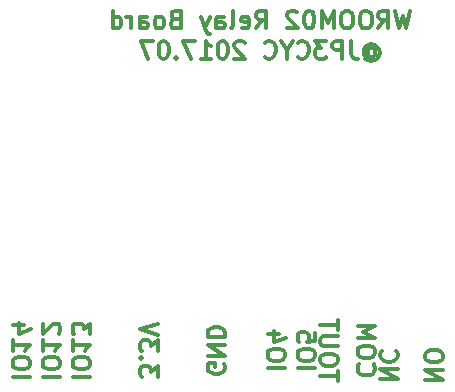
<source format=gbr>
G04 #@! TF.FileFunction,Legend,Bot*
%FSLAX46Y46*%
G04 Gerber Fmt 4.6, Leading zero omitted, Abs format (unit mm)*
G04 Created by KiCad (PCBNEW 4.0.6) date 07/25/17 01:39:03*
%MOMM*%
%LPD*%
G01*
G04 APERTURE LIST*
%ADD10C,0.100000*%
%ADD11C,0.300000*%
G04 APERTURE END LIST*
D10*
D11*
X117848571Y-53868571D02*
X117491428Y-55368571D01*
X117205714Y-54297143D01*
X116920000Y-55368571D01*
X116562857Y-53868571D01*
X115134285Y-55368571D02*
X115634285Y-54654286D01*
X115991428Y-55368571D02*
X115991428Y-53868571D01*
X115420000Y-53868571D01*
X115277142Y-53940000D01*
X115205714Y-54011429D01*
X115134285Y-54154286D01*
X115134285Y-54368571D01*
X115205714Y-54511429D01*
X115277142Y-54582857D01*
X115420000Y-54654286D01*
X115991428Y-54654286D01*
X114205714Y-53868571D02*
X113920000Y-53868571D01*
X113777142Y-53940000D01*
X113634285Y-54082857D01*
X113562857Y-54368571D01*
X113562857Y-54868571D01*
X113634285Y-55154286D01*
X113777142Y-55297143D01*
X113920000Y-55368571D01*
X114205714Y-55368571D01*
X114348571Y-55297143D01*
X114491428Y-55154286D01*
X114562857Y-54868571D01*
X114562857Y-54368571D01*
X114491428Y-54082857D01*
X114348571Y-53940000D01*
X114205714Y-53868571D01*
X112634285Y-53868571D02*
X112348571Y-53868571D01*
X112205713Y-53940000D01*
X112062856Y-54082857D01*
X111991428Y-54368571D01*
X111991428Y-54868571D01*
X112062856Y-55154286D01*
X112205713Y-55297143D01*
X112348571Y-55368571D01*
X112634285Y-55368571D01*
X112777142Y-55297143D01*
X112919999Y-55154286D01*
X112991428Y-54868571D01*
X112991428Y-54368571D01*
X112919999Y-54082857D01*
X112777142Y-53940000D01*
X112634285Y-53868571D01*
X111348570Y-55368571D02*
X111348570Y-53868571D01*
X110848570Y-54940000D01*
X110348570Y-53868571D01*
X110348570Y-55368571D01*
X109348570Y-53868571D02*
X109205713Y-53868571D01*
X109062856Y-53940000D01*
X108991427Y-54011429D01*
X108919998Y-54154286D01*
X108848570Y-54440000D01*
X108848570Y-54797143D01*
X108919998Y-55082857D01*
X108991427Y-55225714D01*
X109062856Y-55297143D01*
X109205713Y-55368571D01*
X109348570Y-55368571D01*
X109491427Y-55297143D01*
X109562856Y-55225714D01*
X109634284Y-55082857D01*
X109705713Y-54797143D01*
X109705713Y-54440000D01*
X109634284Y-54154286D01*
X109562856Y-54011429D01*
X109491427Y-53940000D01*
X109348570Y-53868571D01*
X108277142Y-54011429D02*
X108205713Y-53940000D01*
X108062856Y-53868571D01*
X107705713Y-53868571D01*
X107562856Y-53940000D01*
X107491427Y-54011429D01*
X107419999Y-54154286D01*
X107419999Y-54297143D01*
X107491427Y-54511429D01*
X108348570Y-55368571D01*
X107419999Y-55368571D01*
X104777142Y-55368571D02*
X105277142Y-54654286D01*
X105634285Y-55368571D02*
X105634285Y-53868571D01*
X105062857Y-53868571D01*
X104919999Y-53940000D01*
X104848571Y-54011429D01*
X104777142Y-54154286D01*
X104777142Y-54368571D01*
X104848571Y-54511429D01*
X104919999Y-54582857D01*
X105062857Y-54654286D01*
X105634285Y-54654286D01*
X103562857Y-55297143D02*
X103705714Y-55368571D01*
X103991428Y-55368571D01*
X104134285Y-55297143D01*
X104205714Y-55154286D01*
X104205714Y-54582857D01*
X104134285Y-54440000D01*
X103991428Y-54368571D01*
X103705714Y-54368571D01*
X103562857Y-54440000D01*
X103491428Y-54582857D01*
X103491428Y-54725714D01*
X104205714Y-54868571D01*
X102634285Y-55368571D02*
X102777143Y-55297143D01*
X102848571Y-55154286D01*
X102848571Y-53868571D01*
X101420000Y-55368571D02*
X101420000Y-54582857D01*
X101491429Y-54440000D01*
X101634286Y-54368571D01*
X101920000Y-54368571D01*
X102062857Y-54440000D01*
X101420000Y-55297143D02*
X101562857Y-55368571D01*
X101920000Y-55368571D01*
X102062857Y-55297143D01*
X102134286Y-55154286D01*
X102134286Y-55011429D01*
X102062857Y-54868571D01*
X101920000Y-54797143D01*
X101562857Y-54797143D01*
X101420000Y-54725714D01*
X100848571Y-54368571D02*
X100491428Y-55368571D01*
X100134286Y-54368571D02*
X100491428Y-55368571D01*
X100634286Y-55725714D01*
X100705714Y-55797143D01*
X100848571Y-55868571D01*
X97920000Y-54582857D02*
X97705714Y-54654286D01*
X97634286Y-54725714D01*
X97562857Y-54868571D01*
X97562857Y-55082857D01*
X97634286Y-55225714D01*
X97705714Y-55297143D01*
X97848572Y-55368571D01*
X98420000Y-55368571D01*
X98420000Y-53868571D01*
X97920000Y-53868571D01*
X97777143Y-53940000D01*
X97705714Y-54011429D01*
X97634286Y-54154286D01*
X97634286Y-54297143D01*
X97705714Y-54440000D01*
X97777143Y-54511429D01*
X97920000Y-54582857D01*
X98420000Y-54582857D01*
X96705714Y-55368571D02*
X96848572Y-55297143D01*
X96920000Y-55225714D01*
X96991429Y-55082857D01*
X96991429Y-54654286D01*
X96920000Y-54511429D01*
X96848572Y-54440000D01*
X96705714Y-54368571D01*
X96491429Y-54368571D01*
X96348572Y-54440000D01*
X96277143Y-54511429D01*
X96205714Y-54654286D01*
X96205714Y-55082857D01*
X96277143Y-55225714D01*
X96348572Y-55297143D01*
X96491429Y-55368571D01*
X96705714Y-55368571D01*
X94920000Y-55368571D02*
X94920000Y-54582857D01*
X94991429Y-54440000D01*
X95134286Y-54368571D01*
X95420000Y-54368571D01*
X95562857Y-54440000D01*
X94920000Y-55297143D02*
X95062857Y-55368571D01*
X95420000Y-55368571D01*
X95562857Y-55297143D01*
X95634286Y-55154286D01*
X95634286Y-55011429D01*
X95562857Y-54868571D01*
X95420000Y-54797143D01*
X95062857Y-54797143D01*
X94920000Y-54725714D01*
X94205714Y-55368571D02*
X94205714Y-54368571D01*
X94205714Y-54654286D02*
X94134286Y-54511429D01*
X94062857Y-54440000D01*
X93920000Y-54368571D01*
X93777143Y-54368571D01*
X92634286Y-55368571D02*
X92634286Y-53868571D01*
X92634286Y-55297143D02*
X92777143Y-55368571D01*
X93062857Y-55368571D01*
X93205715Y-55297143D01*
X93277143Y-55225714D01*
X93348572Y-55082857D01*
X93348572Y-54654286D01*
X93277143Y-54511429D01*
X93205715Y-54440000D01*
X93062857Y-54368571D01*
X92777143Y-54368571D01*
X92634286Y-54440000D01*
X114241427Y-57204286D02*
X114312855Y-57132857D01*
X114455712Y-57061429D01*
X114598570Y-57061429D01*
X114741427Y-57132857D01*
X114812855Y-57204286D01*
X114884284Y-57347143D01*
X114884284Y-57490000D01*
X114812855Y-57632857D01*
X114741427Y-57704286D01*
X114598570Y-57775714D01*
X114455712Y-57775714D01*
X114312855Y-57704286D01*
X114241427Y-57632857D01*
X114241427Y-57061429D02*
X114241427Y-57632857D01*
X114169998Y-57704286D01*
X114098570Y-57704286D01*
X113955712Y-57632857D01*
X113884284Y-57490000D01*
X113884284Y-57132857D01*
X114027141Y-56918571D01*
X114241427Y-56775714D01*
X114527141Y-56704286D01*
X114812855Y-56775714D01*
X115027141Y-56918571D01*
X115169998Y-57132857D01*
X115241427Y-57418571D01*
X115169998Y-57704286D01*
X115027141Y-57918571D01*
X114812855Y-58061429D01*
X114527141Y-58132857D01*
X114241427Y-58061429D01*
X114027141Y-57918571D01*
X112812856Y-56418571D02*
X112812856Y-57490000D01*
X112884284Y-57704286D01*
X113027141Y-57847143D01*
X113241427Y-57918571D01*
X113384284Y-57918571D01*
X112098570Y-57918571D02*
X112098570Y-56418571D01*
X111527142Y-56418571D01*
X111384284Y-56490000D01*
X111312856Y-56561429D01*
X111241427Y-56704286D01*
X111241427Y-56918571D01*
X111312856Y-57061429D01*
X111384284Y-57132857D01*
X111527142Y-57204286D01*
X112098570Y-57204286D01*
X110741427Y-56418571D02*
X109812856Y-56418571D01*
X110312856Y-56990000D01*
X110098570Y-56990000D01*
X109955713Y-57061429D01*
X109884284Y-57132857D01*
X109812856Y-57275714D01*
X109812856Y-57632857D01*
X109884284Y-57775714D01*
X109955713Y-57847143D01*
X110098570Y-57918571D01*
X110527142Y-57918571D01*
X110669999Y-57847143D01*
X110741427Y-57775714D01*
X108312856Y-57775714D02*
X108384285Y-57847143D01*
X108598571Y-57918571D01*
X108741428Y-57918571D01*
X108955713Y-57847143D01*
X109098571Y-57704286D01*
X109169999Y-57561429D01*
X109241428Y-57275714D01*
X109241428Y-57061429D01*
X109169999Y-56775714D01*
X109098571Y-56632857D01*
X108955713Y-56490000D01*
X108741428Y-56418571D01*
X108598571Y-56418571D01*
X108384285Y-56490000D01*
X108312856Y-56561429D01*
X107384285Y-57204286D02*
X107384285Y-57918571D01*
X107884285Y-56418571D02*
X107384285Y-57204286D01*
X106884285Y-56418571D01*
X105527142Y-57775714D02*
X105598571Y-57847143D01*
X105812857Y-57918571D01*
X105955714Y-57918571D01*
X106169999Y-57847143D01*
X106312857Y-57704286D01*
X106384285Y-57561429D01*
X106455714Y-57275714D01*
X106455714Y-57061429D01*
X106384285Y-56775714D01*
X106312857Y-56632857D01*
X106169999Y-56490000D01*
X105955714Y-56418571D01*
X105812857Y-56418571D01*
X105598571Y-56490000D01*
X105527142Y-56561429D01*
X103812857Y-56561429D02*
X103741428Y-56490000D01*
X103598571Y-56418571D01*
X103241428Y-56418571D01*
X103098571Y-56490000D01*
X103027142Y-56561429D01*
X102955714Y-56704286D01*
X102955714Y-56847143D01*
X103027142Y-57061429D01*
X103884285Y-57918571D01*
X102955714Y-57918571D01*
X102027143Y-56418571D02*
X101884286Y-56418571D01*
X101741429Y-56490000D01*
X101670000Y-56561429D01*
X101598571Y-56704286D01*
X101527143Y-56990000D01*
X101527143Y-57347143D01*
X101598571Y-57632857D01*
X101670000Y-57775714D01*
X101741429Y-57847143D01*
X101884286Y-57918571D01*
X102027143Y-57918571D01*
X102170000Y-57847143D01*
X102241429Y-57775714D01*
X102312857Y-57632857D01*
X102384286Y-57347143D01*
X102384286Y-56990000D01*
X102312857Y-56704286D01*
X102241429Y-56561429D01*
X102170000Y-56490000D01*
X102027143Y-56418571D01*
X100098572Y-57918571D02*
X100955715Y-57918571D01*
X100527143Y-57918571D02*
X100527143Y-56418571D01*
X100670000Y-56632857D01*
X100812858Y-56775714D01*
X100955715Y-56847143D01*
X99598572Y-56418571D02*
X98598572Y-56418571D01*
X99241429Y-57918571D01*
X98027144Y-57775714D02*
X97955716Y-57847143D01*
X98027144Y-57918571D01*
X98098573Y-57847143D01*
X98027144Y-57775714D01*
X98027144Y-57918571D01*
X97027144Y-56418571D02*
X96884287Y-56418571D01*
X96741430Y-56490000D01*
X96670001Y-56561429D01*
X96598572Y-56704286D01*
X96527144Y-56990000D01*
X96527144Y-57347143D01*
X96598572Y-57632857D01*
X96670001Y-57775714D01*
X96741430Y-57847143D01*
X96884287Y-57918571D01*
X97027144Y-57918571D01*
X97170001Y-57847143D01*
X97241430Y-57775714D01*
X97312858Y-57632857D01*
X97384287Y-57347143D01*
X97384287Y-56990000D01*
X97312858Y-56704286D01*
X97241430Y-56561429D01*
X97170001Y-56490000D01*
X97027144Y-56418571D01*
X96027144Y-56418571D02*
X95027144Y-56418571D01*
X95670001Y-57918571D01*
X89251429Y-84849285D02*
X90751429Y-84849285D01*
X90751429Y-83849285D02*
X90751429Y-83563571D01*
X90680000Y-83420713D01*
X90537143Y-83277856D01*
X90251429Y-83206428D01*
X89751429Y-83206428D01*
X89465714Y-83277856D01*
X89322857Y-83420713D01*
X89251429Y-83563571D01*
X89251429Y-83849285D01*
X89322857Y-83992142D01*
X89465714Y-84134999D01*
X89751429Y-84206428D01*
X90251429Y-84206428D01*
X90537143Y-84134999D01*
X90680000Y-83992142D01*
X90751429Y-83849285D01*
X89251429Y-81777856D02*
X89251429Y-82634999D01*
X89251429Y-82206427D02*
X90751429Y-82206427D01*
X90537143Y-82349284D01*
X90394286Y-82492142D01*
X90322857Y-82634999D01*
X90751429Y-81277856D02*
X90751429Y-80349285D01*
X90180000Y-80849285D01*
X90180000Y-80634999D01*
X90108571Y-80492142D01*
X90037143Y-80420713D01*
X89894286Y-80349285D01*
X89537143Y-80349285D01*
X89394286Y-80420713D01*
X89322857Y-80492142D01*
X89251429Y-80634999D01*
X89251429Y-81063571D01*
X89322857Y-81206428D01*
X89394286Y-81277856D01*
X86711429Y-84849285D02*
X88211429Y-84849285D01*
X88211429Y-83849285D02*
X88211429Y-83563571D01*
X88140000Y-83420713D01*
X87997143Y-83277856D01*
X87711429Y-83206428D01*
X87211429Y-83206428D01*
X86925714Y-83277856D01*
X86782857Y-83420713D01*
X86711429Y-83563571D01*
X86711429Y-83849285D01*
X86782857Y-83992142D01*
X86925714Y-84134999D01*
X87211429Y-84206428D01*
X87711429Y-84206428D01*
X87997143Y-84134999D01*
X88140000Y-83992142D01*
X88211429Y-83849285D01*
X86711429Y-81777856D02*
X86711429Y-82634999D01*
X86711429Y-82206427D02*
X88211429Y-82206427D01*
X87997143Y-82349284D01*
X87854286Y-82492142D01*
X87782857Y-82634999D01*
X88068571Y-81206428D02*
X88140000Y-81134999D01*
X88211429Y-80992142D01*
X88211429Y-80634999D01*
X88140000Y-80492142D01*
X88068571Y-80420713D01*
X87925714Y-80349285D01*
X87782857Y-80349285D01*
X87568571Y-80420713D01*
X86711429Y-81277856D01*
X86711429Y-80349285D01*
X84171429Y-84849285D02*
X85671429Y-84849285D01*
X85671429Y-83849285D02*
X85671429Y-83563571D01*
X85600000Y-83420713D01*
X85457143Y-83277856D01*
X85171429Y-83206428D01*
X84671429Y-83206428D01*
X84385714Y-83277856D01*
X84242857Y-83420713D01*
X84171429Y-83563571D01*
X84171429Y-83849285D01*
X84242857Y-83992142D01*
X84385714Y-84134999D01*
X84671429Y-84206428D01*
X85171429Y-84206428D01*
X85457143Y-84134999D01*
X85600000Y-83992142D01*
X85671429Y-83849285D01*
X84171429Y-81777856D02*
X84171429Y-82634999D01*
X84171429Y-82206427D02*
X85671429Y-82206427D01*
X85457143Y-82349284D01*
X85314286Y-82492142D01*
X85242857Y-82634999D01*
X85171429Y-80492142D02*
X84171429Y-80492142D01*
X85742857Y-80849285D02*
X84671429Y-81206428D01*
X84671429Y-80277856D01*
X119096429Y-85119286D02*
X120596429Y-85119286D01*
X119096429Y-84262143D01*
X120596429Y-84262143D01*
X120596429Y-83262143D02*
X120596429Y-82976429D01*
X120525000Y-82833571D01*
X120382143Y-82690714D01*
X120096429Y-82619286D01*
X119596429Y-82619286D01*
X119310714Y-82690714D01*
X119167857Y-82833571D01*
X119096429Y-82976429D01*
X119096429Y-83262143D01*
X119167857Y-83405000D01*
X119310714Y-83547857D01*
X119596429Y-83619286D01*
X120096429Y-83619286D01*
X120382143Y-83547857D01*
X120525000Y-83405000D01*
X120596429Y-83262143D01*
X115286429Y-85083571D02*
X116786429Y-85083571D01*
X115286429Y-84226428D01*
X116786429Y-84226428D01*
X115429286Y-82654999D02*
X115357857Y-82726428D01*
X115286429Y-82940714D01*
X115286429Y-83083571D01*
X115357857Y-83297856D01*
X115500714Y-83440714D01*
X115643571Y-83512142D01*
X115929286Y-83583571D01*
X116143571Y-83583571D01*
X116429286Y-83512142D01*
X116572143Y-83440714D01*
X116715000Y-83297856D01*
X116786429Y-83083571D01*
X116786429Y-82940714D01*
X116715000Y-82726428D01*
X116643571Y-82654999D01*
X113524286Y-83813571D02*
X113452857Y-83885000D01*
X113381429Y-84099286D01*
X113381429Y-84242143D01*
X113452857Y-84456428D01*
X113595714Y-84599286D01*
X113738571Y-84670714D01*
X114024286Y-84742143D01*
X114238571Y-84742143D01*
X114524286Y-84670714D01*
X114667143Y-84599286D01*
X114810000Y-84456428D01*
X114881429Y-84242143D01*
X114881429Y-84099286D01*
X114810000Y-83885000D01*
X114738571Y-83813571D01*
X114881429Y-82885000D02*
X114881429Y-82599286D01*
X114810000Y-82456428D01*
X114667143Y-82313571D01*
X114381429Y-82242143D01*
X113881429Y-82242143D01*
X113595714Y-82313571D01*
X113452857Y-82456428D01*
X113381429Y-82599286D01*
X113381429Y-82885000D01*
X113452857Y-83027857D01*
X113595714Y-83170714D01*
X113881429Y-83242143D01*
X114381429Y-83242143D01*
X114667143Y-83170714D01*
X114810000Y-83027857D01*
X114881429Y-82885000D01*
X113381429Y-81599285D02*
X114881429Y-81599285D01*
X113810000Y-81099285D01*
X114881429Y-80599285D01*
X113381429Y-80599285D01*
X111706429Y-85206429D02*
X111706429Y-84349286D01*
X110206429Y-84777857D02*
X111706429Y-84777857D01*
X111706429Y-83563572D02*
X111706429Y-83277858D01*
X111635000Y-83135000D01*
X111492143Y-82992143D01*
X111206429Y-82920715D01*
X110706429Y-82920715D01*
X110420714Y-82992143D01*
X110277857Y-83135000D01*
X110206429Y-83277858D01*
X110206429Y-83563572D01*
X110277857Y-83706429D01*
X110420714Y-83849286D01*
X110706429Y-83920715D01*
X111206429Y-83920715D01*
X111492143Y-83849286D01*
X111635000Y-83706429D01*
X111706429Y-83563572D01*
X111706429Y-82277857D02*
X110492143Y-82277857D01*
X110349286Y-82206429D01*
X110277857Y-82135000D01*
X110206429Y-81992143D01*
X110206429Y-81706429D01*
X110277857Y-81563571D01*
X110349286Y-81492143D01*
X110492143Y-81420714D01*
X111706429Y-81420714D01*
X111706429Y-80920714D02*
X111706429Y-80063571D01*
X110206429Y-80492142D02*
X111706429Y-80492142D01*
X108301429Y-84135000D02*
X109801429Y-84135000D01*
X109801429Y-83135000D02*
X109801429Y-82849286D01*
X109730000Y-82706428D01*
X109587143Y-82563571D01*
X109301429Y-82492143D01*
X108801429Y-82492143D01*
X108515714Y-82563571D01*
X108372857Y-82706428D01*
X108301429Y-82849286D01*
X108301429Y-83135000D01*
X108372857Y-83277857D01*
X108515714Y-83420714D01*
X108801429Y-83492143D01*
X109301429Y-83492143D01*
X109587143Y-83420714D01*
X109730000Y-83277857D01*
X109801429Y-83135000D01*
X109801429Y-81134999D02*
X109801429Y-81849285D01*
X109087143Y-81920714D01*
X109158571Y-81849285D01*
X109230000Y-81706428D01*
X109230000Y-81349285D01*
X109158571Y-81206428D01*
X109087143Y-81134999D01*
X108944286Y-81063571D01*
X108587143Y-81063571D01*
X108444286Y-81134999D01*
X108372857Y-81206428D01*
X108301429Y-81349285D01*
X108301429Y-81706428D01*
X108372857Y-81849285D01*
X108444286Y-81920714D01*
X105761429Y-84135000D02*
X107261429Y-84135000D01*
X107261429Y-83135000D02*
X107261429Y-82849286D01*
X107190000Y-82706428D01*
X107047143Y-82563571D01*
X106761429Y-82492143D01*
X106261429Y-82492143D01*
X105975714Y-82563571D01*
X105832857Y-82706428D01*
X105761429Y-82849286D01*
X105761429Y-83135000D01*
X105832857Y-83277857D01*
X105975714Y-83420714D01*
X106261429Y-83492143D01*
X106761429Y-83492143D01*
X107047143Y-83420714D01*
X107190000Y-83277857D01*
X107261429Y-83135000D01*
X106761429Y-81206428D02*
X105761429Y-81206428D01*
X107332857Y-81563571D02*
X106261429Y-81920714D01*
X106261429Y-80992142D01*
X102110000Y-83777857D02*
X102181429Y-83920714D01*
X102181429Y-84135000D01*
X102110000Y-84349285D01*
X101967143Y-84492143D01*
X101824286Y-84563571D01*
X101538571Y-84635000D01*
X101324286Y-84635000D01*
X101038571Y-84563571D01*
X100895714Y-84492143D01*
X100752857Y-84349285D01*
X100681429Y-84135000D01*
X100681429Y-83992143D01*
X100752857Y-83777857D01*
X100824286Y-83706428D01*
X101324286Y-83706428D01*
X101324286Y-83992143D01*
X100681429Y-83063571D02*
X102181429Y-83063571D01*
X100681429Y-82206428D01*
X102181429Y-82206428D01*
X100681429Y-81492142D02*
X102181429Y-81492142D01*
X102181429Y-81134999D01*
X102110000Y-80920714D01*
X101967143Y-80777856D01*
X101824286Y-80706428D01*
X101538571Y-80634999D01*
X101324286Y-80634999D01*
X101038571Y-80706428D01*
X100895714Y-80777856D01*
X100752857Y-80920714D01*
X100681429Y-81134999D01*
X100681429Y-81492142D01*
X96466429Y-84849285D02*
X96466429Y-83920714D01*
X95895000Y-84420714D01*
X95895000Y-84206428D01*
X95823571Y-84063571D01*
X95752143Y-83992142D01*
X95609286Y-83920714D01*
X95252143Y-83920714D01*
X95109286Y-83992142D01*
X95037857Y-84063571D01*
X94966429Y-84206428D01*
X94966429Y-84635000D01*
X95037857Y-84777857D01*
X95109286Y-84849285D01*
X95109286Y-83277857D02*
X95037857Y-83206429D01*
X94966429Y-83277857D01*
X95037857Y-83349286D01*
X95109286Y-83277857D01*
X94966429Y-83277857D01*
X96466429Y-82706428D02*
X96466429Y-81777857D01*
X95895000Y-82277857D01*
X95895000Y-82063571D01*
X95823571Y-81920714D01*
X95752143Y-81849285D01*
X95609286Y-81777857D01*
X95252143Y-81777857D01*
X95109286Y-81849285D01*
X95037857Y-81920714D01*
X94966429Y-82063571D01*
X94966429Y-82492143D01*
X95037857Y-82635000D01*
X95109286Y-82706428D01*
X96466429Y-81349286D02*
X94966429Y-80849286D01*
X96466429Y-80349286D01*
M02*

</source>
